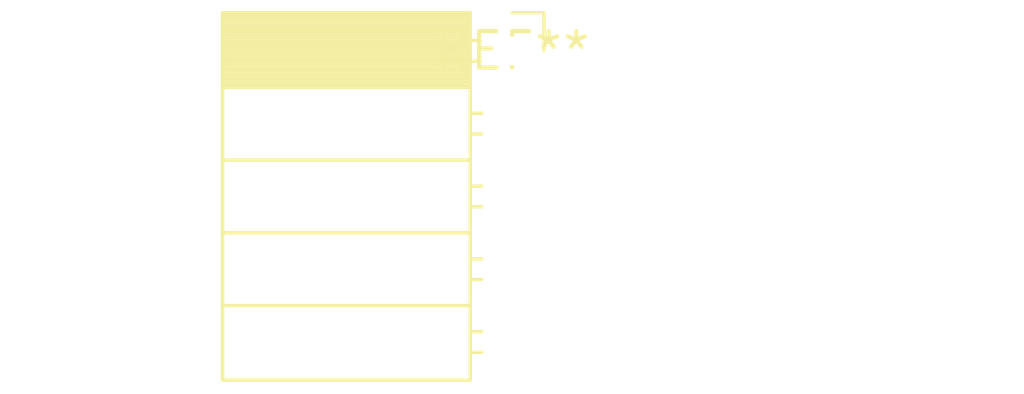
<source format=kicad_pcb>
(kicad_pcb (version 20240108) (generator pcbnew)
  (layers (0 "F.Cu" signal) (31 "B.Cu" signal) (34 "B.Paste" user) (35 "F.Paste" user) (36 "B.SilkS" user "B.Silkscreen") (37 "F.SilkS" user "F.Silkscreen") (38 "B.Mask" user) (39 "F.Mask" user) (44 "Edge.Cuts" user))
  (net 0 "")
  (footprint "PinSocket_1x05_P2.54mm_Horizontal" (layer "F.Cu") (at 0 0)
    (property "Reference" "REF**")
    (property "Value" "PinSocket_1x05_P2.54mm_Horizontal")
    (fp_line (start -10.09 -1.33) (end -10.09 11.49) (layer "F.SilkS") (stroke (width 0.12)))
    (fp_line (start -10.09 -1.33) (end -1.46 -1.33) (layer "F.SilkS") (stroke (width 0.12)))
    (fp_line (start -10.09 -1.21) (end -1.46 -1.21) (layer "F.SilkS") (stroke (width 0.12)))
    (fp_line (start -10.09 -1.091905) (end -1.46 -1.091905) (layer "F.SilkS") (stroke (width 0.12)))
    (fp_line (start -10.09 -0.97381) (end -1.46 -0.97381) (layer "F.SilkS") (stroke (width 0.12)))
    (fp_line (start -10.09 -0.855715) (end -1.46 -0.855715) (layer "F.SilkS") (stroke (width 0.12)))
    (fp_line (start -10.09 -0.73762) (end -1.46 -0.73762) (layer "F.SilkS") (stroke (width 0.12)))
    (fp_line (start -10.09 -0.619525) (end -1.46 -0.619525) (layer "F.SilkS") (stroke (width 0.12)))
    (fp_line (start -10.09 -0.50143) (end -1.46 -0.50143) (layer "F.SilkS") (stroke (width 0.12)))
    (fp_line (start -10.09 -0.383335) (end -1.46 -0.383335) (layer "F.SilkS") (stroke (width 0.12)))
    (fp_line (start -10.09 -0.26524) (end -1.46 -0.26524) (layer "F.SilkS") (stroke (width 0.12)))
    (fp_line (start -10.09 -0.147145) (end -1.46 -0.147145) (layer "F.SilkS") (stroke (width 0.12)))
    (fp_line (start -10.09 -0.02905) (end -1.46 -0.02905) (layer "F.SilkS") (stroke (width 0.12)))
    (fp_line (start -10.09 0.089045) (end -1.46 0.089045) (layer "F.SilkS") (stroke (width 0.12)))
    (fp_line (start -10.09 0.20714) (end -1.46 0.20714) (layer "F.SilkS") (stroke (width 0.12)))
    (fp_line (start -10.09 0.325235) (end -1.46 0.325235) (layer "F.SilkS") (stroke (width 0.12)))
    (fp_line (start -10.09 0.44333) (end -1.46 0.44333) (layer "F.SilkS") (stroke (width 0.12)))
    (fp_line (start -10.09 0.561425) (end -1.46 0.561425) (layer "F.SilkS") (stroke (width 0.12)))
    (fp_line (start -10.09 0.67952) (end -1.46 0.67952) (layer "F.SilkS") (stroke (width 0.12)))
    (fp_line (start -10.09 0.797615) (end -1.46 0.797615) (layer "F.SilkS") (stroke (width 0.12)))
    (fp_line (start -10.09 0.91571) (end -1.46 0.91571) (layer "F.SilkS") (stroke (width 0.12)))
    (fp_line (start -10.09 1.033805) (end -1.46 1.033805) (layer "F.SilkS") (stroke (width 0.12)))
    (fp_line (start -10.09 1.1519) (end -1.46 1.1519) (layer "F.SilkS") (stroke (width 0.12)))
    (fp_line (start -10.09 1.27) (end -1.46 1.27) (layer "F.SilkS") (stroke (width 0.12)))
    (fp_line (start -10.09 3.81) (end -1.46 3.81) (layer "F.SilkS") (stroke (width 0.12)))
    (fp_line (start -10.09 6.35) (end -1.46 6.35) (layer "F.SilkS") (stroke (width 0.12)))
    (fp_line (start -10.09 8.89) (end -1.46 8.89) (layer "F.SilkS") (stroke (width 0.12)))
    (fp_line (start -10.09 11.49) (end -1.46 11.49) (layer "F.SilkS") (stroke (width 0.12)))
    (fp_line (start -1.46 -1.33) (end -1.46 11.49) (layer "F.SilkS") (stroke (width 0.12)))
    (fp_line (start -1.46 -0.36) (end -1.11 -0.36) (layer "F.SilkS") (stroke (width 0.12)))
    (fp_line (start -1.46 0.36) (end -1.11 0.36) (layer "F.SilkS") (stroke (width 0.12)))
    (fp_line (start -1.46 2.18) (end -1.05 2.18) (layer "F.SilkS") (stroke (width 0.12)))
    (fp_line (start -1.46 2.9) (end -1.05 2.9) (layer "F.SilkS") (stroke (width 0.12)))
    (fp_line (start -1.46 4.72) (end -1.05 4.72) (layer "F.SilkS") (stroke (width 0.12)))
    (fp_line (start -1.46 5.44) (end -1.05 5.44) (layer "F.SilkS") (stroke (width 0.12)))
    (fp_line (start -1.46 7.26) (end -1.05 7.26) (layer "F.SilkS") (stroke (width 0.12)))
    (fp_line (start -1.46 7.98) (end -1.05 7.98) (layer "F.SilkS") (stroke (width 0.12)))
    (fp_line (start -1.46 9.8) (end -1.05 9.8) (layer "F.SilkS") (stroke (width 0.12)))
    (fp_line (start -1.46 10.52) (end -1.05 10.52) (layer "F.SilkS") (stroke (width 0.12)))
    (fp_line (start 0 -1.33) (end 1.11 -1.33) (layer "F.SilkS") (stroke (width 0.12)))
    (fp_line (start 1.11 -1.33) (end 1.11 0) (layer "F.SilkS") (stroke (width 0.12)))
    (pad "1" thru_hole rect (at 0 0) (size 1.7 1.7) (drill 1) (layers *.Cu *.Mask) (remove_unused_layers))
    (pad "2" thru_hole oval (at 0 2.54) (size 1.7 1.7) (drill 1) (layers *.Cu *.Mask) (remove_unused_layers))
    (pad "3" thru_hole oval (at 0 5.08) (size 1.7 1.7) (drill 1) (layers *.Cu *.Mask) (remove_unused_layers))
    (pad "4" thru_hole oval (at 0 7.62) (size 1.7 1.7) (drill 1) (layers *.Cu *.Mask) (remove_unused_layers))
    (pad "5" thru_hole oval (at 0 10.16) (size 1.7 1.7) (drill 1) (layers *.Cu *.Mask) (remove_unused_layers))
  )
)
</source>
